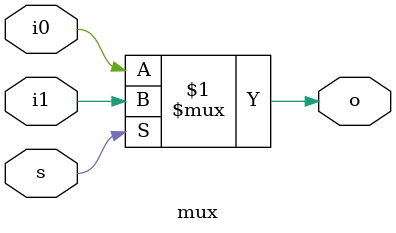
<source format=v>
module mux(i0, i1, s, o);

  input i0, i1, s;
  output o;

  assign o = s? i1 : i0;

endmodule
</source>
